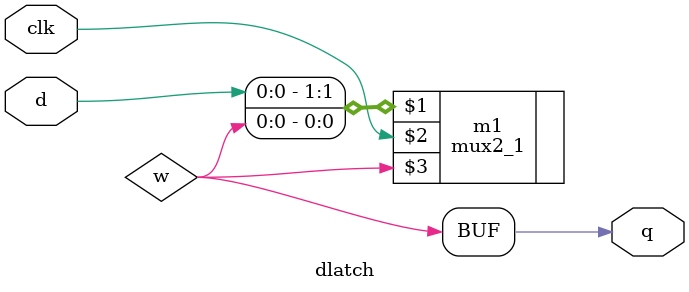
<source format=v>
`include "mux2_1"
module dlatch(d,clk,q);
  input d,clk;
  output q;
  wire w;
  mux2_1 m1({d,w},clk,w);
  assign q=w;
endmodule   
</source>
